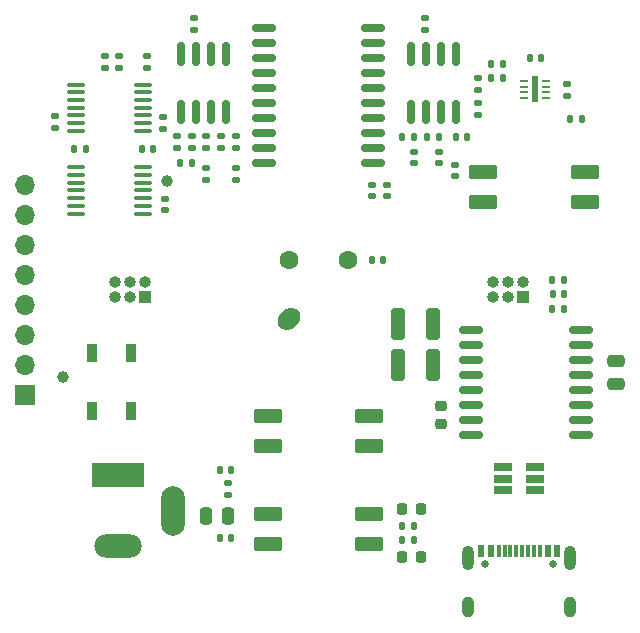
<source format=gbr>
%TF.GenerationSoftware,KiCad,Pcbnew,7.0.7*%
%TF.CreationDate,2024-03-08T01:12:17-05:00*%
%TF.ProjectId,ESP32Sensor-Sensor_board,45535033-3253-4656-9e73-6f722d53656e,rev?*%
%TF.SameCoordinates,Original*%
%TF.FileFunction,Soldermask,Top*%
%TF.FilePolarity,Negative*%
%FSLAX46Y46*%
G04 Gerber Fmt 4.6, Leading zero omitted, Abs format (unit mm)*
G04 Created by KiCad (PCBNEW 7.0.7) date 2024-03-08 01:12:17*
%MOMM*%
%LPD*%
G01*
G04 APERTURE LIST*
G04 Aperture macros list*
%AMRoundRect*
0 Rectangle with rounded corners*
0 $1 Rounding radius*
0 $2 $3 $4 $5 $6 $7 $8 $9 X,Y pos of 4 corners*
0 Add a 4 corners polygon primitive as box body*
4,1,4,$2,$3,$4,$5,$6,$7,$8,$9,$2,$3,0*
0 Add four circle primitives for the rounded corners*
1,1,$1+$1,$2,$3*
1,1,$1+$1,$4,$5*
1,1,$1+$1,$6,$7*
1,1,$1+$1,$8,$9*
0 Add four rect primitives between the rounded corners*
20,1,$1+$1,$2,$3,$4,$5,0*
20,1,$1+$1,$4,$5,$6,$7,0*
20,1,$1+$1,$6,$7,$8,$9,0*
20,1,$1+$1,$8,$9,$2,$3,0*%
%AMHorizOval*
0 Thick line with rounded ends*
0 $1 width*
0 $2 $3 position (X,Y) of the first rounded end (center of the circle)*
0 $4 $5 position (X,Y) of the second rounded end (center of the circle)*
0 Add line between two ends*
20,1,$1,$2,$3,$4,$5,0*
0 Add two circle primitives to create the rounded ends*
1,1,$1,$2,$3*
1,1,$1,$4,$5*%
G04 Aperture macros list end*
%ADD10RoundRect,0.147500X0.172500X-0.147500X0.172500X0.147500X-0.172500X0.147500X-0.172500X-0.147500X0*%
%ADD11RoundRect,0.113000X1.107000X0.452000X-1.107000X0.452000X-1.107000X-0.452000X1.107000X-0.452000X0*%
%ADD12RoundRect,0.100000X-0.637500X-0.100000X0.637500X-0.100000X0.637500X0.100000X-0.637500X0.100000X0*%
%ADD13RoundRect,0.135000X-0.185000X0.135000X-0.185000X-0.135000X0.185000X-0.135000X0.185000X0.135000X0*%
%ADD14RoundRect,0.140000X0.170000X-0.140000X0.170000X0.140000X-0.170000X0.140000X-0.170000X-0.140000X0*%
%ADD15RoundRect,0.250000X0.250000X0.475000X-0.250000X0.475000X-0.250000X-0.475000X0.250000X-0.475000X0*%
%ADD16RoundRect,0.140000X-0.140000X-0.170000X0.140000X-0.170000X0.140000X0.170000X-0.140000X0.170000X0*%
%ADD17RoundRect,0.150000X0.150000X-0.825000X0.150000X0.825000X-0.150000X0.825000X-0.150000X-0.825000X0*%
%ADD18C,0.650000*%
%ADD19R,0.600000X1.080000*%
%ADD20R,0.300000X1.140000*%
%ADD21O,1.000000X2.100000*%
%ADD22O,1.000000X1.800000*%
%ADD23RoundRect,0.218750X0.218750X0.256250X-0.218750X0.256250X-0.218750X-0.256250X0.218750X-0.256250X0*%
%ADD24RoundRect,0.135000X0.185000X-0.135000X0.185000X0.135000X-0.185000X0.135000X-0.185000X-0.135000X0*%
%ADD25RoundRect,0.135000X-0.135000X-0.185000X0.135000X-0.185000X0.135000X0.185000X-0.135000X0.185000X0*%
%ADD26RoundRect,0.140000X-0.170000X0.140000X-0.170000X-0.140000X0.170000X-0.140000X0.170000X0.140000X0*%
%ADD27C,1.000000*%
%ADD28R,1.560000X0.650000*%
%ADD29RoundRect,0.140000X0.140000X0.170000X-0.140000X0.170000X-0.140000X-0.170000X0.140000X-0.170000X0*%
%ADD30R,1.700000X1.700000*%
%ADD31O,1.700000X1.700000*%
%ADD32RoundRect,0.100000X0.637500X0.100000X-0.637500X0.100000X-0.637500X-0.100000X0.637500X-0.100000X0*%
%ADD33RoundRect,0.147500X0.147500X0.172500X-0.147500X0.172500X-0.147500X-0.172500X0.147500X-0.172500X0*%
%ADD34RoundRect,0.135000X0.135000X0.185000X-0.135000X0.185000X-0.135000X-0.185000X0.135000X-0.185000X0*%
%ADD35RoundRect,0.150000X-0.875000X-0.150000X0.875000X-0.150000X0.875000X0.150000X-0.875000X0.150000X0*%
%ADD36R,0.700000X0.250000*%
%ADD37R,0.610000X2.200000*%
%ADD38RoundRect,0.225000X-0.250000X0.225000X-0.250000X-0.225000X0.250000X-0.225000X0.250000X0.225000X0*%
%ADD39RoundRect,0.250000X-0.475000X0.250000X-0.475000X-0.250000X0.475000X-0.250000X0.475000X0.250000X0*%
%ADD40R,4.500000X2.000000*%
%ADD41O,4.000000X2.000000*%
%ADD42O,2.000000X4.200000*%
%ADD43R,0.900000X1.500000*%
%ADD44RoundRect,0.250000X0.325000X1.100000X-0.325000X1.100000X-0.325000X-1.100000X0.325000X-1.100000X0*%
%ADD45RoundRect,0.150000X0.875000X0.150000X-0.875000X0.150000X-0.875000X-0.150000X0.875000X-0.150000X0*%
%ADD46R,1.000000X1.000000*%
%ADD47O,1.000000X1.000000*%
%ADD48HorizOval,1.600000X0.176777X0.176777X-0.176777X-0.176777X0*%
%ADD49HorizOval,1.600000X0.000000X0.000000X0.000000X0.000000X0*%
G04 APERTURE END LIST*
D10*
%TO.C,FB2*%
X11600000Y9615000D03*
X11600000Y10585000D03*
%TD*%
D11*
%TO.C,S2*%
X22550000Y7430000D03*
X13950000Y7430000D03*
X22550000Y9970000D03*
X13950000Y9970000D03*
%TD*%
D12*
%TO.C,U1*%
X-20562500Y10350000D03*
X-20562500Y9700000D03*
X-20562500Y9050000D03*
X-20562500Y8400000D03*
X-20562500Y7750000D03*
X-20562500Y7100000D03*
X-20562500Y6450000D03*
X-14837500Y6450000D03*
X-14837500Y7100000D03*
X-14837500Y7750000D03*
X-14837500Y8400000D03*
X-14837500Y9050000D03*
X-14837500Y9700000D03*
X-14837500Y10350000D03*
%TD*%
D13*
%TO.C,R6*%
X-9500000Y10310000D03*
X-9500000Y9290000D03*
%TD*%
D14*
%TO.C,C9*%
X-7000000Y12020000D03*
X-7000000Y12980000D03*
%TD*%
D15*
%TO.C,C18*%
X-7650000Y-19200000D03*
X-9550000Y-19200000D03*
%TD*%
D14*
%TO.C,C6*%
X-22300000Y13720000D03*
X-22300000Y14680000D03*
%TD*%
D16*
%TO.C,C15*%
X17920000Y19600000D03*
X18880000Y19600000D03*
%TD*%
D17*
%TO.C,U4*%
X-11655000Y15025000D03*
X-10385000Y15025000D03*
X-9115000Y15025000D03*
X-7845000Y15025000D03*
X-7845000Y19975000D03*
X-9115000Y19975000D03*
X-10385000Y19975000D03*
X-11655000Y19975000D03*
%TD*%
D18*
%TO.C,J3*%
X14110000Y-23210000D03*
X19890000Y-23210000D03*
D19*
X13800000Y-22110000D03*
X14600000Y-22110000D03*
D20*
X15750000Y-22140000D03*
X16750000Y-22140000D03*
X17250000Y-22140000D03*
X18250000Y-22140000D03*
D19*
X20200000Y-22110000D03*
X19400000Y-22110000D03*
D20*
X18750000Y-22140000D03*
X17750000Y-22140000D03*
X16250000Y-22140000D03*
X15250000Y-22140000D03*
D21*
X12680000Y-22710000D03*
D22*
X12680000Y-26890000D03*
X21320000Y-26890000D03*
D21*
X21320000Y-22710000D03*
%TD*%
D23*
%TO.C,D3*%
X8687500Y-22600000D03*
X7112500Y-22600000D03*
%TD*%
D24*
%TO.C,R9*%
X-9500000Y11990000D03*
X-9500000Y13010000D03*
%TD*%
D25*
%TO.C,R24*%
X7090000Y-20000000D03*
X8110000Y-20000000D03*
%TD*%
D14*
%TO.C,C3*%
X4500000Y7920000D03*
X4500000Y8880000D03*
%TD*%
%TO.C,C8*%
X-10500000Y22020000D03*
X-10500000Y22980000D03*
%TD*%
D25*
%TO.C,R12*%
X7090000Y12900000D03*
X8110000Y12900000D03*
%TD*%
D13*
%TO.C,R2*%
X-14500000Y19810000D03*
X-14500000Y18790000D03*
%TD*%
D14*
%TO.C,C11*%
X9000000Y22020000D03*
X9000000Y22980000D03*
%TD*%
D26*
%TO.C,C12*%
X8100000Y11680000D03*
X8100000Y10720000D03*
%TD*%
D13*
%TO.C,R3*%
X-16900000Y19810000D03*
X-16900000Y18790000D03*
%TD*%
D27*
%TO.C,TP3*%
X-21600000Y-7350000D03*
%TD*%
D25*
%TO.C,R14*%
X14590000Y17900000D03*
X15610000Y17900000D03*
%TD*%
D17*
%TO.C,U6*%
X7845000Y15025000D03*
X9115000Y15025000D03*
X10385000Y15025000D03*
X11655000Y15025000D03*
X11655000Y19975000D03*
X10385000Y19975000D03*
X9115000Y19975000D03*
X7845000Y19975000D03*
%TD*%
D24*
%TO.C,R11*%
X13500000Y16890000D03*
X13500000Y17910000D03*
%TD*%
D25*
%TO.C,R22*%
X19790000Y-1600000D03*
X20810000Y-1600000D03*
%TD*%
D28*
%TO.C,CR1*%
X15650000Y-15050000D03*
X15650000Y-16000000D03*
X15650000Y-16950000D03*
X18350000Y-16950000D03*
X18350000Y-16000000D03*
X18350000Y-15050000D03*
%TD*%
D25*
%TO.C,R13*%
X9190000Y12900000D03*
X10210000Y12900000D03*
%TD*%
D11*
%TO.C,S1*%
X4300000Y-21520000D03*
X-4300000Y-21520000D03*
X4300000Y-18980000D03*
X-4300000Y-18980000D03*
%TD*%
D14*
%TO.C,C32*%
X-13000000Y6720000D03*
X-13000000Y7680000D03*
%TD*%
D29*
%TO.C,C22*%
X-7370000Y-15250000D03*
X-8330000Y-15250000D03*
%TD*%
D30*
%TO.C,J6*%
X-24825000Y-8875000D03*
D31*
X-24825000Y-6335000D03*
X-24825000Y-3795000D03*
X-24825000Y-1255000D03*
X-24825000Y1285000D03*
X-24825000Y3825000D03*
X-24825000Y6365000D03*
X-24825000Y8905000D03*
%TD*%
D13*
%TO.C,R4*%
X-18100000Y19810000D03*
X-18100000Y18790000D03*
%TD*%
D26*
%TO.C,C13*%
X10200000Y11680000D03*
X10200000Y10720000D03*
%TD*%
D32*
%TO.C,U2*%
X-14837500Y13450000D03*
X-14837500Y14100000D03*
X-14837500Y14750000D03*
X-14837500Y15400000D03*
X-14837500Y16050000D03*
X-14837500Y16700000D03*
X-14837500Y17350000D03*
X-20562500Y17350000D03*
X-20562500Y16700000D03*
X-20562500Y16050000D03*
X-20562500Y15400000D03*
X-20562500Y14750000D03*
X-20562500Y14100000D03*
X-20562500Y13450000D03*
%TD*%
D33*
%TO.C,FB4*%
X5485000Y2500000D03*
X4515000Y2500000D03*
%TD*%
D16*
%TO.C,C27*%
X19820000Y-400000D03*
X20780000Y-400000D03*
%TD*%
D14*
%TO.C,C7*%
X-10750000Y12020000D03*
X-10750000Y12980000D03*
%TD*%
D16*
%TO.C,C4*%
X-20680000Y11900000D03*
X-19720000Y11900000D03*
%TD*%
D29*
%TO.C,C14*%
X12580000Y12900000D03*
X11620000Y12900000D03*
%TD*%
D23*
%TO.C,D2*%
X8687500Y-18600000D03*
X7112500Y-18600000D03*
%TD*%
D27*
%TO.C,TP4*%
X-12800000Y9200000D03*
%TD*%
D26*
%TO.C,C10*%
X-8250000Y12980000D03*
X-8250000Y12020000D03*
%TD*%
D34*
%TO.C,R15*%
X15610000Y19100000D03*
X14590000Y19100000D03*
%TD*%
D14*
%TO.C,C33*%
X-13200000Y13620000D03*
X-13200000Y14580000D03*
%TD*%
D35*
%TO.C,U3*%
X-4650000Y22115000D03*
X-4650000Y20845000D03*
X-4650000Y19575000D03*
X-4650000Y18305000D03*
X-4650000Y17035000D03*
X-4650000Y15765000D03*
X-4650000Y14495000D03*
X-4650000Y13225000D03*
X-4650000Y11955000D03*
X-4650000Y10685000D03*
X4650000Y10685000D03*
X4650000Y11955000D03*
X4650000Y13225000D03*
X4650000Y14495000D03*
X4650000Y15765000D03*
X4650000Y17035000D03*
X4650000Y18305000D03*
X4650000Y19575000D03*
X4650000Y20845000D03*
X4650000Y22115000D03*
%TD*%
D24*
%TO.C,R16*%
X-7650000Y-17410000D03*
X-7650000Y-16390000D03*
%TD*%
D36*
%TO.C,U7*%
X19272599Y16199999D03*
X19272599Y16699999D03*
X19272599Y17199999D03*
X19272599Y17699999D03*
X17422599Y17699999D03*
X17422599Y17199999D03*
X17422599Y16699999D03*
X17422599Y16199999D03*
D37*
X18347599Y16949999D03*
%TD*%
D24*
%TO.C,R5*%
X-7000000Y9290000D03*
X-7000000Y10310000D03*
%TD*%
D38*
%TO.C,C23*%
X10400000Y-9825000D03*
X10400000Y-11375000D03*
%TD*%
D39*
%TO.C,C26*%
X25200000Y-6050000D03*
X25200000Y-7950000D03*
%TD*%
D40*
%TO.C,J1*%
X-17000000Y-15700000D03*
D41*
X-17000000Y-21700000D03*
D42*
X-12300000Y-18700000D03*
%TD*%
D34*
%TO.C,R8*%
X-10740000Y10750000D03*
X-11760000Y10750000D03*
%TD*%
D11*
%TO.C,S3*%
X4300000Y-13270000D03*
X-4300000Y-13270000D03*
X4300000Y-10730000D03*
X-4300000Y-10730000D03*
%TD*%
D43*
%TO.C,D1*%
X-15850000Y-5400000D03*
X-19150000Y-5400000D03*
X-19150000Y-10300000D03*
X-15850000Y-10300000D03*
%TD*%
D44*
%TO.C,C31*%
X9700000Y-6400000D03*
X6750000Y-6400000D03*
%TD*%
D45*
%TO.C,U13*%
X22250000Y-12345000D03*
X22250000Y-11075000D03*
X22250000Y-9805000D03*
X22250000Y-8535000D03*
X22250000Y-7265000D03*
X22250000Y-5995000D03*
X22250000Y-4725000D03*
X22250000Y-3455000D03*
X12950000Y-3455000D03*
X12950000Y-4725000D03*
X12950000Y-5995000D03*
X12950000Y-7265000D03*
X12950000Y-8535000D03*
X12950000Y-9805000D03*
X12950000Y-11075000D03*
X12950000Y-12345000D03*
%TD*%
D25*
%TO.C,R25*%
X7090000Y-21200000D03*
X8110000Y-21200000D03*
%TD*%
D44*
%TO.C,C28*%
X9700000Y-2900000D03*
X6750000Y-2900000D03*
%TD*%
D13*
%TO.C,R7*%
X-12000000Y13010000D03*
X-12000000Y11990000D03*
%TD*%
D24*
%TO.C,R10*%
X13500000Y14790000D03*
X13500000Y15810000D03*
%TD*%
D29*
%TO.C,C17*%
X-7420000Y-21000000D03*
X-8380000Y-21000000D03*
%TD*%
%TO.C,C5*%
X-14020000Y11900000D03*
X-14980000Y11900000D03*
%TD*%
D10*
%TO.C,FB1*%
X5800000Y7915000D03*
X5800000Y8885000D03*
%TD*%
D14*
%TO.C,C16*%
X21000000Y16420000D03*
X21000000Y17380000D03*
%TD*%
D25*
%TO.C,R23*%
X19790000Y800000D03*
X20810000Y800000D03*
%TD*%
D33*
%TO.C,FB3*%
X22285000Y14450000D03*
X21315000Y14450000D03*
%TD*%
D46*
%TO.C,J4*%
X17275000Y-625000D03*
D47*
X17275000Y645000D03*
X16005000Y-625000D03*
X16005000Y645000D03*
X14735000Y-625000D03*
X14735000Y645000D03*
%TD*%
D46*
%TO.C,J7*%
X-14725000Y-625000D03*
D47*
X-14725000Y645000D03*
X-15995000Y-625000D03*
X-15995000Y645000D03*
X-17265000Y-625000D03*
X-17265000Y645000D03*
%TD*%
D48*
%TO.C,PD1*%
X-2517300Y-2503158D03*
D49*
X-2517300Y2517300D03*
X2503158Y2517300D03*
%TD*%
M02*

</source>
